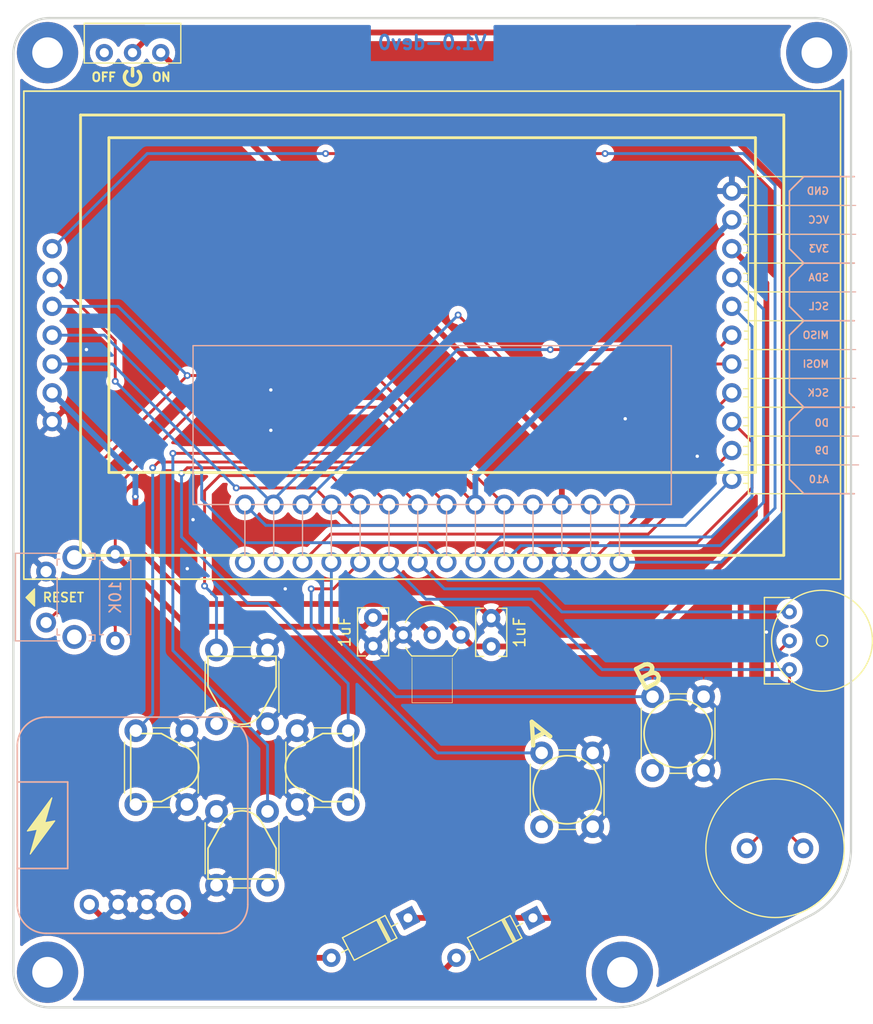
<source format=kicad_pcb>
(kicad_pcb (version 20171130) (host pcbnew "(5.1.9-0-10_14)")
  (layers (0 F.Cu signal) (31 B.Cu signal) (34 B.Paste user hide) (35 F.Paste user) (36 B.SilkS user hide) (37 F.SilkS user) (38 B.Mask user hide) (39 F.Mask user) (44 Edge.Cuts user))
  (net 0 "")
  (net 1 GND)
  (net 2 "Net-(BZ1-Pad1)")
  (net 3 "Net-(D1-Pad2)")
  (net 4 "Net-(J1-Pad24)")
  (net 5 "Net-(J1-Pad11)")
  (net 6 "Net-(D1-Pad1)")
  (net 7 "Net-(J1-Pad26)")
  (net 8 "Net-(J1-Pad22)")
  (net 9 "Net-(J1-Pad21)")
  (net 10 "Net-(J1-Pad20)")
  (net 11 "Net-(J1-Pad19)")
  (net 12 "Net-(J1-Pad10)")
  (net 13 "Net-(J1-Pad8)")
  (net 14 "Net-(J1-Pad7)")
  (net 15 "Net-(BZ1-Pad2)")
  (net 16 VCC)
  (net 17 3V3)
  (net 18 "Net-(D2-Pad2)")
  (net 19 SCL)
  (net 20 SDA)
  (net 21 "Net-(J1-Pad1)")
  (net 22 D9_A9)
  (net 23 D10_A10)
  (net 24 MOSI)
  (net 25 MISO)
  (net 26 SCK)
  (net 27 D0)
  (module system:EXT_PINS (layer B.Cu) (at 174.752 94.996 180)
    (fp_text reference J2 hide)
    (fp_text value EXT_PINS hide)
    (fp_text user D0 (at 0 -7.73 180) (layer B.SilkS) (effects (font (size 0.635 0.635) (thickness 0.127)) (justify left mirror)))
    (fp_text user A10 (at 0 -12.7 180) (layer B.SilkS) (effects (font (size 0.635 0.635) (thickness 0.127)) (justify left mirror)))
    (fp_text user D9 (at 0 -10.16 180) (layer B.SilkS) (effects (font (size 0.635 0.635) (thickness 0.127)) (justify left mirror)))
    (fp_text user SCL (at 0 2.54 180) (layer B.SilkS) (effects (font (size 0.635 0.635) (thickness 0.127)) (justify left mirror)))
    (fp_text user MISO (at 0 0 180) (layer B.SilkS) (effects (font (size 0.635 0.635) (thickness 0.127)) (justify left mirror)))
    (fp_text user SCK (at 0 -5.08 180) (layer B.SilkS) (effects (font (size 0.635 0.635) (thickness 0.127)) (justify left mirror)))
    (fp_text user VCC (at 0 10.16 180) (layer B.SilkS) (effects (font (size 0.635 0.635) (thickness 0.127)) (justify left mirror)))
    (fp_text user MOSI (at 0 -2.54 180) (layer B.SilkS) (effects (font (size 0.635 0.635) (thickness 0.127)) (justify left mirror)))
    (fp_text user SDA (at 0 5.08 180) (layer B.SilkS) (effects (font (size 0.635 0.635) (thickness 0.127)) (justify left mirror)))
    (fp_text user 3V3 (at 0 7.62 180) (layer B.SilkS) (effects (font (size 0.635 0.635) (thickness 0.127)) (justify left mirror)))
    (fp_text user GND (at 0 12.7 180) (layer B.SilkS) (effects (font (size 0.635 0.635) (thickness 0.127)) (justify left mirror)))
    (pad 11 thru_hole oval (at 8.636 -12.7) (size 1.7 1.7) (drill 1) (layers *.Cu *.Mask) (net 23 D10_A10))
    (pad 7 thru_hole oval (at 8.636 -2.54) (size 1.7 1.7) (drill 1) (layers *.Cu *.Mask) (net 24 MOSI))
    (pad 10 thru_hole oval (at 8.636 -10.16) (size 1.7 1.7) (drill 1) (layers *.Cu *.Mask) (net 22 D9_A9))
    (pad 8 thru_hole oval (at 8.636 -5.08) (size 1.7 1.7) (drill 1) (layers *.Cu *.Mask) (net 26 SCK))
    (pad 9 thru_hole oval (at 8.636 -7.62) (size 1.7 1.7) (drill 1) (layers *.Cu *.Mask) (net 27 D0))
    (pad 1 thru_hole oval (at 8.636 12.7) (size 1.7 1.7) (drill 1) (layers *.Cu *.Mask) (net 1 GND))
    (pad 6 thru_hole circle (at 8.636 0) (size 1.7 1.7) (drill 1) (layers *.Cu *.Mask) (net 25 MISO))
    (pad 2 thru_hole oval (at 8.636 10.16) (size 1.7 1.7) (drill 1) (layers *.Cu *.Mask) (net 16 VCC))
    (pad 3 thru_hole oval (at 8.636 7.62) (size 1.7 1.7) (drill 1) (layers *.Cu *.Mask) (net 17 3V3))
    (pad 4 thru_hole oval (at 8.636 5.08) (size 1.7 1.7) (drill 1) (layers *.Cu *.Mask) (net 20 SDA))
    (pad 5 thru_hole circle (at 8.636 2.54) (size 1.7 1.7) (drill 1) (layers *.Cu *.Mask) (net 19 SCL))
  )
  (module system:OMRON_CAP_B32-2110 (layer F.Cu) (at 130.048 133.096 180)
    (fp_text reference REF** hide)
    (fp_text value OMRON_CAP_B32-2110 hide)
  )
  (module system:OMRON_CAP_B32-2110 (layer F.Cu) (at 122.936 140.208 90)
    (fp_text reference REF** hide)
    (fp_text value OMRON_CAP_B32-2110 hide)
  )
  (module system:OMRON_CAP_B32-2110 (layer F.Cu) (at 115.824 133.096)
    (fp_text reference REF** hide)
    (fp_text value OMRON_CAP_B32-2110 hide)
  )
  (module system:OMRON_CAP_B32-2110 (layer F.Cu) (at 122.936 125.984 270)
    (fp_text reference REF** hide)
    (fp_text value OMRON_CAP_B32-2110 hide)
  )
  (module system:VOLUME_POT (layer F.Cu) (at 171.196 121.92)
    (fp_text reference RV1)
    (fp_text value "VOLUME 10K" hide)
    (pad 2 thru_hole circle (at 0 0) (size 1.3 1.3) (drill 0.65) (layers *.Cu *.Mask) (net 2 "Net-(BZ1-Pad1)"))
    (pad 1 thru_hole circle (at 0 2.54) (size 1.3 1.3) (drill 0.65) (layers *.Cu *.Mask) (net 15 "Net-(BZ1-Pad2)"))
    (pad 3 thru_hole circle (at 0 -2.54) (size 1.3 1.3) (drill 0.65) (layers *.Cu *.Mask) (net 13 "Net-(J1-Pad8)"))
  )
  (module system:OMRON_CAP_B32-2010 (layer F.Cu) (at 161.381 130.1 27.5)
    (fp_text reference REF** hide)
    (fp_text value OMRON_CAP_B32-2010 hide)
    (fp_text user B (at 0 -5.715 27.5) (layer F.SilkS) (effects (font (size 1.905 2.54) (thickness 0.381))))
  )
  (module system:OMRON_CAP_B32-2010 (layer F.Cu) (at 151.602 135.053 27.5)
    (fp_text reference REF** hide)
    (fp_text value OMRON_CAP_B32-2010 hide)
    (fp_text user A (at 0 -5.715 27.5) (layer F.SilkS) (effects (font (size 1.905 2.54) (thickness 0.381))))
  )
  (module system:28PIN_CARD_CONNECTOR (layer B.Cu) (at 139.7 115 180)
    (fp_text reference J1)
    (fp_text value CART_SOCKET_28P hide)
    (pad 7 thru_hole circle (at -1.27 0 270) (size 1.75 1.75) (drill 1.1) (layers *.Cu *.Mask) (net 14 "Net-(J1-Pad7)"))
    (pad 8 thru_hole circle (at 1.27 0 270) (size 1.75 1.75) (drill 1.1) (layers *.Cu *.Mask) (net 13 "Net-(J1-Pad8)"))
    (pad 6 thru_hole circle (at -3.81 0 270) (size 1.75 1.75) (drill 1.1) (layers *.Cu *.Mask) (net 19 SCL))
    (pad 5 thru_hole circle (at -6.35 0 270) (size 1.75 1.75) (drill 1.1) (layers *.Cu *.Mask) (net 20 SDA))
    (pad 4 thru_hole circle (at -8.89 0 270) (size 1.75 1.75) (drill 1.1) (layers *.Cu *.Mask))
    (pad 3 thru_hole circle (at -11.43 0 270) (size 1.75 1.75) (drill 1.1) (layers *.Cu *.Mask) (net 1 GND))
    (pad 2 thru_hole circle (at -13.97 0 270) (size 1.75 1.75) (drill 1.1) (layers *.Cu *.Mask) (net 27 D0))
    (pad 1 thru_hole circle (at -16.51 0 270) (size 1.75 1.75) (drill 1.1) (layers *.Cu *.Mask) (net 21 "Net-(J1-Pad1)"))
    (pad 9 thru_hole circle (at 3.81 0 270) (size 1.75 1.75) (drill 1.1) (layers *.Cu *.Mask) (net 15 "Net-(BZ1-Pad2)"))
    (pad 10 thru_hole circle (at 6.35 0 270) (size 1.75 1.75) (drill 1.1) (layers *.Cu *.Mask) (net 12 "Net-(J1-Pad10)"))
    (pad 11 thru_hole circle (at 8.89 0 270) (size 1.75 1.75) (drill 1.1) (layers *.Cu *.Mask) (net 5 "Net-(J1-Pad11)"))
    (pad 12 thru_hole circle (at 11.43 0 270) (size 1.75 1.75) (drill 1.1) (layers *.Cu *.Mask) (net 22 D9_A9))
    (pad 13 thru_hole circle (at 13.97 0 270) (size 1.75 1.75) (drill 1.1) (layers *.Cu *.Mask))
    (pad 14 thru_hole circle (at 16.51 0 270) (size 1.75 1.75) (drill 1.1) (layers *.Cu *.Mask))
    (pad 15 thru_hole circle (at 16.51 5.08 270) (size 1.75 1.75) (drill 1.1) (layers *.Cu *.Mask) (net 23 D10_A10))
    (pad 16 thru_hole circle (at 13.97 5.08 270) (size 1.75 1.75) (drill 1.1) (layers *.Cu *.Mask) (net 24 MOSI))
    (pad 17 thru_hole circle (at 11.43 5.08 270) (size 1.75 1.75) (drill 1.1) (layers *.Cu *.Mask) (net 25 MISO))
    (pad 18 thru_hole circle (at 8.89 5.08 270) (size 1.75 1.75) (drill 1.1) (layers *.Cu *.Mask) (net 26 SCK))
    (pad 19 thru_hole circle (at 6.35 5.08 270) (size 1.75 1.75) (drill 1.1) (layers *.Cu *.Mask) (net 11 "Net-(J1-Pad19)"))
    (pad 20 thru_hole circle (at 3.81 5.08 270) (size 1.75 1.75) (drill 1.1) (layers *.Cu *.Mask) (net 10 "Net-(J1-Pad20)"))
    (pad 21 thru_hole circle (at 1.27 5.08 270) (size 1.75 1.75) (drill 1.1) (layers *.Cu *.Mask) (net 9 "Net-(J1-Pad21)"))
    (pad 22 thru_hole circle (at -1.27 5.08 270) (size 1.75 1.75) (drill 1.1) (layers *.Cu *.Mask) (net 8 "Net-(J1-Pad22)"))
    (pad 23 thru_hole circle (at -3.81 5.08 270) (size 1.75 1.75) (drill 1.1) (layers *.Cu *.Mask) (net 16 VCC))
    (pad 24 thru_hole circle (at -6.35 5.08 270) (size 1.75 1.75) (drill 1.1) (layers *.Cu *.Mask) (net 4 "Net-(J1-Pad24)"))
    (pad 25 thru_hole circle (at -8.89 5.08 270) (size 1.75 1.75) (drill 1.1) (layers *.Cu *.Mask))
    (pad 26 thru_hole circle (at -11.43 5.08 270) (size 1.75 1.75) (drill 1.1) (layers *.Cu *.Mask) (net 7 "Net-(J1-Pad26)"))
    (pad 27 thru_hole circle (at -13.97 5.08 270) (size 1.75 1.75) (drill 1.1) (layers *.Cu *.Mask))
    (pad 28 thru_hole circle (at -16.51 5.08 270) (size 1.75 1.75) (drill 1.1) (layers *.Cu *.Mask))
  )
  (module MountingHole:MountingHole_2.7mm_M2.5_Pad (layer F.Cu) (at 105.791 151.13)
    (fp_text reference HOLE hide)
    (fp_text value MountingHole_2.7mm_M2.5_Pad hide)
    (pad "" thru_hole circle (at 0 0) (size 5.399999 5.399999) (drill 2.7) (layers *.Cu *.Mask))
  )
  (module MountingHole:MountingHole_2.7mm_M2.5_Pad (layer F.Cu) (at 105.791 70.104)
    (fp_text reference HOLE hide)
    (fp_text value MountingHole_2.7mm_M2.5_Pad hide)
    (pad "" thru_hole circle (at 0 0) (size 5.399999 5.399999) (drill 2.7) (layers *.Cu *.Mask))
  )
  (module MountingHole:MountingHole_2.7mm_M2.5_Pad (layer F.Cu) (at 156.464 151.13)
    (fp_text reference HOLE hide)
    (fp_text value MountingHole_2.7mm_M2.5_Pad hide)
    (pad "" thru_hole circle (at 0 0) (size 5.399999 5.399999) (drill 2.7) (layers *.Cu *.Mask))
  )
  (module MountingHole:MountingHole_2.7mm_M2.5_Pad (layer F.Cu) (at 173.609 70.104)
    (fp_text reference HOLE hide)
    (fp_text value MountingHole_2.7mm_M2.5_Pad hide)
    (pad "" thru_hole circle (at 0 0) (size 5.4 5.4) (drill 2.7) (layers *.Cu *.Mask))
  )
  (module system:BUZZER (layer F.Cu) (at 169.926 140.208 90)
    (fp_text reference BZ1)
    (fp_text value Buzzer hide)
    (pad 2 thru_hole circle (at 0 2.5 90) (size 1.75 1.75) (drill 1) (layers *.Cu *.Mask) (net 15 "Net-(BZ1-Pad2)"))
    (pad 1 thru_hole circle (at 0 -2.5 90) (size 1.75 1.75) (drill 1) (layers *.Cu *.Mask) (net 2 "Net-(BZ1-Pad1)"))
  )
  (module Capacitor_THT:C_Rect_L4.0mm_W2.5mm_P2.50mm (layer F.Cu) (at 134.493 119.888 270)
    (fp_text reference C1 hide)
    (fp_text value 1uF (at 1.25 2.5 90) (layer F.SilkS))
    (pad 1 thru_hole circle (at 0 0 270) (size 1.6 1.6) (drill 0.8) (layers *.Cu *.Mask) (net 16 VCC))
    (pad 2 thru_hole circle (at 2.5 0 270) (size 1.6 1.6) (drill 0.8) (layers *.Cu *.Mask) (net 1 GND))
  )
  (module Capacitor_THT:C_Rect_L4.0mm_W2.5mm_P2.50mm (layer F.Cu) (at 144.907 122.428 90)
    (fp_text reference C2 hide)
    (fp_text value 1uF (at 1.25 2.5 90) (layer F.SilkS))
    (pad 2 thru_hole circle (at 2.5 0 90) (size 1.6 1.6) (drill 0.8) (layers *.Cu *.Mask) (net 1 GND))
    (pad 1 thru_hole circle (at 0 0 90) (size 1.6 1.6) (drill 0.8) (layers *.Cu *.Mask) (net 17 3V3))
  )
  (module Diode_THT:D_DO-35_SOD27_P7.62mm_Horizontal (layer F.Cu) (at 148.59 146.341476 207.5)
    (fp_text reference D1 hide)
    (fp_text value SB1100)
    (pad 2 thru_hole oval (at 7.62 0 207.5) (size 1.6 1.6) (drill 0.8) (layers *.Cu *.Mask) (net 3 "Net-(D1-Pad2)"))
    (pad 1 thru_hole rect (at 0 0 207.5) (size 1.6 1.6) (drill 0.8) (layers *.Cu *.Mask) (net 6 "Net-(D1-Pad1)"))
  )
  (module Diode_THT:D_DO-35_SOD27_P7.62mm_Horizontal (layer F.Cu) (at 137.569023 146.341476 207.5)
    (fp_text reference D2 hide)
    (fp_text value SB1100)
    (pad 1 thru_hole rect (at 0 0 207.5) (size 1.6 1.6) (drill 0.8) (layers *.Cu *.Mask) (net 6 "Net-(D1-Pad1)"))
    (pad 2 thru_hole oval (at 7.62 0 207.5) (size 1.6 1.6) (drill 0.8) (layers *.Cu *.Mask) (net 18 "Net-(D2-Pad2)"))
  )
  (module Resistor_THT:R_Axial_DIN0207_L6.3mm_D2.5mm_P7.62mm_Horizontal (layer B.Cu) (at 111.76 114.3 270)
    (fp_text reference R1 hide)
    (fp_text value 10K (at 3.81 0 90) (layer B.SilkS) (effects (justify mirror)))
    (pad 1 thru_hole circle (at 0 0 270) (size 1.6 1.6) (drill 0.8) (layers *.Cu *.Mask) (net 16 VCC))
    (pad 2 thru_hole oval (at 7.62 0 270) (size 1.6 1.6) (drill 0.8) (layers *.Cu *.Mask) (net 4 "Net-(J1-Pad24)"))
  )
  (module system:SPDT_SWITCH (layer F.Cu) (at 113.284 70.104 90)
    (fp_text reference SW1 hide)
    (fp_text value POWER hide)
    (pad 1 thru_hole circle (at 0 -2.4892 90) (size 1.524 1.524) (drill 0.8128) (layers *.Cu *.Mask))
    (pad 2 thru_hole circle (at 0 0 90) (size 1.524 1.524) (drill 0.8128) (layers *.Cu *.Mask) (net 6 "Net-(D1-Pad1)"))
    (pad 3 thru_hole circle (at 0 2.4892 90) (size 1.524 1.524) (drill 0.8128) (layers *.Cu *.Mask) (net 7 "Net-(J1-Pad26)"))
  )
  (module Button_Switch_THT:SW_Tactile_SPST_Angled_PTS645Vx39-2LFS (layer B.Cu) (at 105.664 115.824 270)
    (fp_text reference SW2 hide)
    (fp_text value RESET (at 2.286 -1.524) (layer F.SilkS) (effects (font (size 0.8 0.8))))
    (pad "" thru_hole circle (at 5.76 -2.49 270) (size 2.1 2.1) (drill 1.3) (layers *.Cu *.Mask))
    (pad 2 thru_hole circle (at 4.5 0 270) (size 1.75 1.75) (drill 0.99) (layers *.Cu *.Mask) (net 4 "Net-(J1-Pad24)"))
    (pad 1 thru_hole circle (at 0 0 270) (size 1.75 1.75) (drill 0.99) (layers *.Cu *.Mask) (net 1 GND))
    (pad "" thru_hole circle (at -1.25 -2.49 270) (size 2.1 2.1) (drill 1.3) (layers *.Cu *.Mask))
  )
  (module system:ADAFRUIT_MICRO_LIPO (layer B.Cu) (at 113.284 138.176 90)
    (fp_text reference U1 hide)
    (fp_text value LIPO_CHARGER)
    (pad 1 thru_hole circle (at -6.985 1.27 90) (size 1.7 1.7) (drill 1) (layers *.Cu *.Mask) (net 1 GND))
    (pad 1 thru_hole circle (at -6.985 -1.27 90) (size 1.7 1.7) (drill 1) (layers *.Cu *.Mask) (net 1 GND))
    (pad 2 thru_hole circle (at -6.985 3.81 90) (size 1.7 1.7) (drill 1) (layers *.Cu *.Mask) (net 18 "Net-(D2-Pad2)"))
    (pad 3 thru_hole circle (at -6.985 -3.81 90) (size 1.7 1.7) (drill 1) (layers *.Cu *.Mask) (net 3 "Net-(D1-Pad2)"))
  )
  (module system:TO-92 (layer F.Cu) (at 139.7 121.412)
    (fp_text reference U2 hide)
    (fp_text value MCP1700-3302E hide)
    (pad 1 thru_hole circle (at -2.54 0 90) (size 1.52 1.52) (drill 0.8) (layers *.Cu *.Mask) (net 1 GND))
    (pad 3 thru_hole circle (at 2.54 0 90) (size 1.52 1.52) (drill 0.8) (layers *.Cu *.Mask) (net 17 3V3))
    (pad 2 thru_hole circle (at 0 0 90) (size 1.52 1.52) (drill 0.8) (layers *.Cu *.Mask) (net 16 VCC))
  )
  (module system:DIYMORE_2.42_IN_OLED (layer F.Cu) (at 139.7 94.996)
    (fp_text reference U3 hide)
    (fp_text value SPI_DISPLAY)
    (pad 1 thru_hole circle (at -33.5 7.62) (size 1.7 1.7) (drill 1) (layers *.Cu *.Mask) (net 1 GND))
    (pad 2 thru_hole circle (at -33.5 5.08) (size 1.7 1.7) (drill 1) (layers *.Cu *.Mask) (net 17 3V3))
    (pad 3 thru_hole circle (at -33.5 2.54) (size 1.7 1.7) (drill 1) (layers *.Cu *.Mask) (net 26 SCK))
    (pad 4 thru_hole circle (at -33.5 0) (size 1.7 1.7) (drill 1) (layers *.Cu *.Mask) (net 24 MOSI))
    (pad 5 thru_hole circle (at -33.5 -2.54) (size 1.7 1.7) (drill 1) (layers *.Cu *.Mask) (net 4 "Net-(J1-Pad24)"))
    (pad 6 thru_hole circle (at -33.5 -5.08) (size 1.7 1.7) (drill 1) (layers *.Cu *.Mask) (net 14 "Net-(J1-Pad7)"))
    (pad 7 thru_hole circle (at -33.5 -7.62) (size 1.7 1.7) (drill 1) (layers *.Cu *.Mask) (net 21 "Net-(J1-Pad1)"))
  )
  (module system:SW_PUSH_6mm (layer F.Cu) (at 151.602 135.053 90)
    (fp_text reference SW3 hide)
    (fp_text value A hide)
    (pad 1 thru_hole circle (at 3.25 -2.25 180) (size 2 2) (drill 1.1) (layers *.Cu *.Mask) (net 12 "Net-(J1-Pad10)"))
    (pad 2 thru_hole circle (at 3.25 2.25 180) (size 2 2) (drill 1.1) (layers *.Cu *.Mask) (net 1 GND))
    (pad 1 thru_hole circle (at -3.25 -2.25 180) (size 2 2) (drill 1.1) (layers *.Cu *.Mask) (net 12 "Net-(J1-Pad10)"))
    (pad 2 thru_hole circle (at -3.25 2.25 180) (size 2 2) (drill 1.1) (layers *.Cu *.Mask) (net 1 GND))
  )
  (module system:SW_PUSH_6mm (layer F.Cu) (at 161.381 130.1 90)
    (fp_text reference SW4 hide)
    (fp_text value B hide)
    (pad 2 thru_hole circle (at -3.25 2.25 180) (size 2 2) (drill 1.1) (layers *.Cu *.Mask) (net 1 GND))
    (pad 1 thru_hole circle (at -3.25 -2.25 180) (size 2 2) (drill 1.1) (layers *.Cu *.Mask) (net 5 "Net-(J1-Pad11)"))
    (pad 2 thru_hole circle (at 3.25 2.25 180) (size 2 2) (drill 1.1) (layers *.Cu *.Mask) (net 1 GND))
    (pad 1 thru_hole circle (at 3.25 -2.25 180) (size 2 2) (drill 1.1) (layers *.Cu *.Mask) (net 5 "Net-(J1-Pad11)"))
  )
  (module system:SW_PUSH_6mm (layer F.Cu) (at 122.936 125.984 90)
    (fp_text reference SW5 hide)
    (fp_text value UP)
    (pad 1 thru_hole circle (at 3.25 -2.25 180) (size 2 2) (drill 1.1) (layers *.Cu *.Mask) (net 11 "Net-(J1-Pad19)"))
    (pad 2 thru_hole circle (at 3.25 2.25 180) (size 2 2) (drill 1.1) (layers *.Cu *.Mask) (net 1 GND))
    (pad 1 thru_hole circle (at -3.25 -2.25 180) (size 2 2) (drill 1.1) (layers *.Cu *.Mask) (net 11 "Net-(J1-Pad19)"))
    (pad 2 thru_hole circle (at -3.25 2.25 180) (size 2 2) (drill 1.1) (layers *.Cu *.Mask) (net 1 GND))
  )
  (module system:SW_PUSH_6mm (layer F.Cu) (at 122.936 140.208 270)
    (fp_text reference SW6 hide)
    (fp_text value DN)
    (pad 1 thru_hole circle (at 3.25 -2.25) (size 2 2) (drill 1.1) (layers *.Cu *.Mask) (net 8 "Net-(J1-Pad22)"))
    (pad 2 thru_hole circle (at 3.25 2.25) (size 2 2) (drill 1.1) (layers *.Cu *.Mask) (net 1 GND))
    (pad 1 thru_hole circle (at -3.25 -2.25) (size 2 2) (drill 1.1) (layers *.Cu *.Mask) (net 8 "Net-(J1-Pad22)"))
    (pad 2 thru_hole circle (at -3.25 2.25) (size 2 2) (drill 1.1) (layers *.Cu *.Mask) (net 1 GND))
  )
  (module system:SW_PUSH_6mm (layer F.Cu) (at 115.824 133.096 90)
    (fp_text reference SW7 hide)
    (fp_text value LF)
    (pad 2 thru_hole circle (at -3.25 2.25 180) (size 2 2) (drill 1.1) (layers *.Cu *.Mask) (net 1 GND))
    (pad 1 thru_hole circle (at -3.25 -2.25 180) (size 2 2) (drill 1.1) (layers *.Cu *.Mask) (net 9 "Net-(J1-Pad21)"))
    (pad 2 thru_hole circle (at 3.25 2.25 180) (size 2 2) (drill 1.1) (layers *.Cu *.Mask) (net 1 GND))
    (pad 1 thru_hole circle (at 3.25 -2.25 180) (size 2 2) (drill 1.1) (layers *.Cu *.Mask) (net 9 "Net-(J1-Pad21)"))
  )
  (module system:SW_PUSH_6mm (layer F.Cu) (at 130.048 133.096 270)
    (fp_text reference SW8 hide)
    (fp_text value RT)
    (pad 2 thru_hole circle (at -3.25 2.25) (size 2 2) (drill 1.1) (layers *.Cu *.Mask) (net 1 GND))
    (pad 1 thru_hole circle (at -3.25 -2.25) (size 2 2) (drill 1.1) (layers *.Cu *.Mask) (net 10 "Net-(J1-Pad20)"))
    (pad 2 thru_hole circle (at 3.25 2.25) (size 2 2) (drill 1.1) (layers *.Cu *.Mask) (net 1 GND))
    (pad 1 thru_hole circle (at 3.25 -2.25) (size 2 2) (drill 1.1) (layers *.Cu *.Mask) (net 10 "Net-(J1-Pad20)"))
  )
  (gr_poly (pts (xy 104.267 140.716) (xy 106.426 137.795) (xy 105.029 138.049)) (layer F.SilkS) (width 0.1))
  (gr_poly (pts (xy 106.172 135.763) (xy 104.013 138.684) (xy 105.41 138.43)) (layer F.SilkS) (width 0.1))
  (gr_arc (start 155.850713 147.5269) (end 155.850713 154.2259) (angle -28.08040571) (layer Edge.Cuts) (width 0.2))
  (gr_poly (pts (xy 103.886 118.11) (xy 104.648 118.872) (xy 104.648 117.348)) (layer F.SilkS) (width 0.1))
  (gr_line (start 113.284 71.501) (end 113.284 72.136) (layer F.SilkS) (width 0.3048))
  (gr_arc (start 113.284 72.263) (end 113.792 71.755) (angle 270) (layer F.SilkS) (width 0.3048))
  (gr_text V1.0-dev0 (at 139.7 69.215) (layer B.Cu) (effects (font (size 1.2 1.2) (thickness 0.25)) (justify mirror)))
  (gr_text OFF (at 110.744 72.263) (layer F.SilkS) (effects (font (size 0.762 0.762) (thickness 0.1778))))
  (gr_line (start 176.625 70.231) (end 176.625 140.208) (layer Edge.Cuts) (width 0.2))
  (gr_arc (start 169.926 140.208) (end 176.625 140.208) (angle 59.58891873) (layer Edge.Cuts) (width 0.2))
  (gr_line (start 173.317038 145.985323) (end 159.004 153.437347) (layer Edge.Cuts) (width 0.2))
  (gr_arc (start 105.95 151.0509) (end 102.775 151.0509) (angle -90) (layer Edge.Cuts) (width 0.2))
  (gr_arc (start 173.45 70.231) (end 176.625 70.231) (angle -90) (layer Edge.Cuts) (width 0.2))
  (gr_arc (start 105.95 70.231) (end 105.95 67.056) (angle -90) (layer Edge.Cuts) (width 0.2))
  (gr_line (start 102.775 70.231) (end 102.775 151.0509) (layer Edge.Cuts) (width 0.2))
  (gr_text ON (at 115.824 72.263) (layer F.SilkS) (effects (font (size 0.762 0.762) (thickness 0.1778))))
  (gr_line (start 155.850713 154.2259) (end 105.95 154.2259) (layer Edge.Cuts) (width 0.2))
  (gr_line (start 105.95 67.056) (end 173.45 67.056) (layer Edge.Cuts) (width 0.2))
  (via (at 169.164 121.158) (size 0.6) (drill 0.3) (layers F.Cu B.Cu) (net 1))
  (via (at 118.11 115.57) (size 0.6) (drill 0.3) (layers F.Cu B.Cu) (net 1))
  (via (at 118.618 111.252) (size 0.6) (drill 0.3) (layers F.Cu B.Cu) (net 1))
  (via (at 126.746 117.348) (size 0.6) (drill 0.3) (layers F.Cu B.Cu) (net 1))
  (via (at 109.22 96.266) (size 0.6) (drill 0.3) (layers F.Cu B.Cu) (net 1))
  (via (at 156.718 102.362) (size 0.6) (drill 0.3) (layers F.Cu B.Cu) (net 1))
  (via (at 163.068 105.664) (size 0.6) (drill 0.3) (layers F.Cu B.Cu) (net 1))
  (via (at 125.476 103.378) (size 0.6) (drill 0.3) (layers F.Cu B.Cu) (net 1))
  (via (at 125.476 99.822) (size 0.6) (drill 0.3) (layers F.Cu B.Cu) (net 1))
  (segment (start 169.672 137.962) (end 167.426 140.208) (width 0.254) (layer F.Cu) (net 2))
  (segment (start 169.672 123.444) (end 169.672 137.962) (width 0.254) (layer F.Cu) (net 2))
  (segment (start 171.196 121.92) (end 169.672 123.444) (width 0.254) (layer F.Cu) (net 2))
  (segment (start 141.830977 149.86) (end 139.290977 152.4) (width 0.508) (layer F.Cu) (net 3))
  (segment (start 116.713 152.4) (end 109.474 145.161) (width 0.508) (layer F.Cu) (net 3))
  (segment (start 139.290977 152.4) (end 116.713 152.4) (width 0.508) (layer F.Cu) (net 3))
  (segment (start 111.76 121.92) (end 111.76 120.65) (width 0.254) (layer F.Cu) (net 4))
  (segment (start 106.538999 119.449001) (end 105.664 120.324) (width 0.254) (layer F.Cu) (net 4))
  (segment (start 111.76 120.65) (end 110.559001 119.449001) (width 0.254) (layer F.Cu) (net 4))
  (segment (start 110.051001 119.449001) (end 106.538999 119.449001) (width 0.254) (layer F.Cu) (net 4))
  (segment (start 110.559001 119.449001) (end 110.051001 119.449001) (width 0.254) (layer F.Cu) (net 4))
  (segment (start 110.051001 106.610999) (end 110.051001 119.449001) (width 0.254) (layer F.Cu) (net 4))
  (segment (start 118.11 98.552) (end 110.051001 106.610999) (width 0.254) (layer F.Cu) (net 4))
  (segment (start 134.682 98.552) (end 118.11 98.552) (width 0.254) (layer F.Cu) (net 4))
  (segment (start 146.05 109.92) (end 134.682 98.552) (width 0.254) (layer F.Cu) (net 4))
  (segment (start 118.11 98.552) (end 118.11 98.552) (width 0.254) (layer F.Cu) (net 4))
  (via (at 118.11 98.552) (size 0.6) (drill 0.3) (layers F.Cu B.Cu) (net 4))
  (segment (start 112.014 92.456) (end 118.11 98.552) (width 0.254) (layer B.Cu) (net 4))
  (segment (start 106.2 92.456) (end 112.014 92.456) (width 0.254) (layer B.Cu) (net 4))
  (segment (start 130.81 121.158) (end 130.81 115) (width 0.254) (layer B.Cu) (net 5))
  (segment (start 136.502 126.85) (end 130.81 121.158) (width 0.254) (layer B.Cu) (net 5))
  (segment (start 159.131 126.85) (end 136.502 126.85) (width 0.254) (layer B.Cu) (net 5))
  (segment (start 148.59 146.341476) (end 137.569023 146.341476) (width 0.508) (layer F.Cu) (net 6))
  (segment (start 166.89259 135.11341) (end 155.664524 146.341476) (width 0.508) (layer F.Cu) (net 6))
  (segment (start 166.89259 116.31741) (end 166.89259 135.11341) (width 0.508) (layer F.Cu) (net 6))
  (segment (start 170.688 112.522) (end 166.89259 116.31741) (width 0.508) (layer F.Cu) (net 6))
  (segment (start 156.972 68.326) (end 170.688 82.042) (width 0.508) (layer F.Cu) (net 6))
  (segment (start 155.664524 146.341476) (end 148.59 146.341476) (width 0.508) (layer F.Cu) (net 6))
  (segment (start 170.688 82.042) (end 170.688 112.522) (width 0.508) (layer F.Cu) (net 6))
  (segment (start 115.062 68.326) (end 156.972 68.326) (width 0.508) (layer F.Cu) (net 6))
  (segment (start 113.284 70.104) (end 115.062 68.326) (width 0.508) (layer F.Cu) (net 6))
  (segment (start 151.13 105.4608) (end 115.7732 70.104) (width 0.508) (layer F.Cu) (net 7))
  (segment (start 151.13 109.92) (end 151.13 105.4608) (width 0.508) (layer F.Cu) (net 7))
  (segment (start 125.186 131.127514) (end 116.839984 122.781498) (width 0.254) (layer B.Cu) (net 8))
  (via (at 116.839984 105.41) (size 0.6) (drill 0.3) (layers F.Cu B.Cu) (net 8))
  (segment (start 116.839984 122.781498) (end 116.839984 105.41) (width 0.254) (layer B.Cu) (net 8))
  (segment (start 125.186 136.958) (end 125.186 131.127514) (width 0.254) (layer B.Cu) (net 8))
  (segment (start 136.46 105.41) (end 116.839984 105.41) (width 0.254) (layer F.Cu) (net 8))
  (segment (start 140.97 109.92) (end 136.46 105.41) (width 0.254) (layer F.Cu) (net 8))
  (via (at 115.062 106.68) (size 0.6) (drill 0.3) (layers F.Cu B.Cu) (net 9))
  (segment (start 134.682 106.172) (end 115.57 106.172) (width 0.254) (layer F.Cu) (net 9))
  (segment (start 115.57 106.172) (end 115.062 106.68) (width 0.254) (layer F.Cu) (net 9))
  (segment (start 138.43 109.92) (end 134.682 106.172) (width 0.254) (layer F.Cu) (net 9))
  (segment (start 115.062 128.358) (end 115.062 106.68) (width 0.254) (layer B.Cu) (net 9))
  (segment (start 113.574 129.846) (end 115.062 128.358) (width 0.254) (layer B.Cu) (net 9))
  (via (at 117.602 107.188) (size 0.6) (drill 0.3) (layers F.Cu B.Cu) (net 10))
  (segment (start 125.222 118.618) (end 123.444 118.618) (width 0.254) (layer B.Cu) (net 10))
  (segment (start 132.298 125.694) (end 125.222 118.618) (width 0.254) (layer B.Cu) (net 10))
  (segment (start 117.602 112.776) (end 117.602 107.188) (width 0.254) (layer B.Cu) (net 10))
  (segment (start 123.444 118.618) (end 117.602 112.776) (width 0.254) (layer B.Cu) (net 10))
  (segment (start 132.298 129.846) (end 132.298 125.694) (width 0.254) (layer B.Cu) (net 10))
  (segment (start 118.11 106.68) (end 132.65 106.68) (width 0.254) (layer F.Cu) (net 10))
  (segment (start 132.65 106.68) (end 135.89 109.92) (width 0.254) (layer F.Cu) (net 10))
  (segment (start 117.602 107.188) (end 118.11 106.68) (width 0.254) (layer F.Cu) (net 10))
  (segment (start 120.686 122.734) (end 120.686 118.146006) (width 0.254) (layer B.Cu) (net 11))
  (segment (start 120.686 118.146006) (end 119.633994 117.094) (width 0.254) (layer B.Cu) (net 11))
  (via (at 119.633994 117.094) (size 0.6) (drill 0.3) (layers F.Cu B.Cu) (net 11))
  (segment (start 119.633994 108.712006) (end 119.633994 117.094) (width 0.254) (layer F.Cu) (net 11))
  (segment (start 120.975401 107.370599) (end 119.633994 108.712006) (width 0.254) (layer F.Cu) (net 11))
  (segment (start 130.800599 107.370599) (end 120.975401 107.370599) (width 0.254) (layer F.Cu) (net 11))
  (segment (start 133.35 109.92) (end 130.800599 107.370599) (width 0.254) (layer F.Cu) (net 11))
  (segment (start 140.185 131.803) (end 129.032 120.65) (width 0.254) (layer B.Cu) (net 12))
  (segment (start 131.002 117.348) (end 129.032 117.348) (width 0.254) (layer F.Cu) (net 12))
  (segment (start 149.352 131.803) (end 140.185 131.803) (width 0.254) (layer B.Cu) (net 12))
  (via (at 129.032 117.348) (size 0.6) (drill 0.3) (layers F.Cu B.Cu) (net 12))
  (segment (start 129.032 120.65) (end 129.032 117.348) (width 0.254) (layer B.Cu) (net 12))
  (segment (start 133.35 115) (end 131.002 117.348) (width 0.254) (layer F.Cu) (net 12))
  (segment (start 140.778 117.348) (end 138.43 115) (width 0.254) (layer B.Cu) (net 13))
  (segment (start 149.098 117.348) (end 140.778 117.348) (width 0.254) (layer B.Cu) (net 13))
  (segment (start 151.13 119.38) (end 149.098 117.348) (width 0.254) (layer B.Cu) (net 13))
  (segment (start 171.196 119.38) (end 151.13 119.38) (width 0.254) (layer B.Cu) (net 13))
  (via (at 111.76 99.06) (size 0.6) (drill 0.3) (layers F.Cu B.Cu) (net 14))
  (segment (start 106.2 89.916) (end 111.76 95.476) (width 0.254) (layer F.Cu) (net 14))
  (segment (start 111.76 95.476) (end 111.76 99.06) (width 0.254) (layer F.Cu) (net 14))
  (segment (start 119.38 109.474) (end 119.38 106.68) (width 0.254) (layer B.Cu) (net 14))
  (segment (start 140.97 115) (end 139.254 113.284) (width 0.254) (layer B.Cu) (net 14))
  (segment (start 139.254 113.284) (end 123.19 113.284) (width 0.254) (layer B.Cu) (net 14))
  (segment (start 123.19 113.284) (end 119.38 109.474) (width 0.254) (layer B.Cu) (net 14))
  (segment (start 119.38 106.68) (end 111.76 99.06) (width 0.254) (layer B.Cu) (net 14))
  (segment (start 171.196 138.978) (end 172.426 140.208) (width 0.254) (layer F.Cu) (net 15))
  (segment (start 171.196 124.46) (end 171.196 138.978) (width 0.254) (layer F.Cu) (net 15))
  (segment (start 139.152409 118.262409) (end 135.89 115) (width 0.254) (layer B.Cu) (net 15))
  (segment (start 154.686 124.46) (end 148.488409 118.262409) (width 0.254) (layer B.Cu) (net 15))
  (segment (start 148.488409 118.262409) (end 139.152409 118.262409) (width 0.254) (layer B.Cu) (net 15))
  (segment (start 171.196 124.46) (end 154.686 124.46) (width 0.254) (layer B.Cu) (net 15))
  (segment (start 138.176 119.888) (end 139.7 121.412) (width 0.508) (layer F.Cu) (net 16))
  (segment (start 134.493 119.888) (end 138.176 119.888) (width 0.508) (layer F.Cu) (net 16))
  (segment (start 118.872 101.346) (end 111.76 108.458) (width 0.254) (layer F.Cu) (net 16))
  (segment (start 134.936 101.346) (end 118.872 101.346) (width 0.254) (layer F.Cu) (net 16))
  (segment (start 111.76 108.458) (end 111.76 114.3) (width 0.254) (layer F.Cu) (net 16))
  (segment (start 143.51 109.92) (end 134.936 101.346) (width 0.254) (layer F.Cu) (net 16))
  (segment (start 133.693001 120.687999) (end 118.147999 120.687999) (width 0.508) (layer F.Cu) (net 16))
  (segment (start 118.147999 120.687999) (end 112.559999 115.099999) (width 0.508) (layer F.Cu) (net 16))
  (segment (start 112.559999 115.099999) (end 111.76 114.3) (width 0.508) (layer F.Cu) (net 16))
  (segment (start 134.493 119.888) (end 133.693001 120.687999) (width 0.508) (layer F.Cu) (net 16))
  (segment (start 143.51 107.442) (end 143.51 109.92) (width 0.508) (layer B.Cu) (net 16))
  (segment (start 166.116 84.836) (end 143.51 107.442) (width 0.508) (layer B.Cu) (net 16))
  (segment (start 143.256 122.428) (end 142.24 121.412) (width 0.508) (layer F.Cu) (net 17))
  (segment (start 144.907 122.428) (end 143.256 122.428) (width 0.508) (layer F.Cu) (net 17))
  (via (at 113.538 109.22) (size 0.6) (drill 0.3) (layers F.Cu B.Cu) (net 17))
  (segment (start 106.2 100.076) (end 113.538 107.414) (width 0.508) (layer B.Cu) (net 17))
  (segment (start 113.538 107.414) (end 113.538 109.22) (width 0.508) (layer B.Cu) (net 17))
  (segment (start 113.538 113.567474) (end 113.538 109.22) (width 0.508) (layer F.Cu) (net 17))
  (segment (start 118.652125 118.681599) (end 113.538 113.567474) (width 0.508) (layer F.Cu) (net 17))
  (segment (start 139.509599 118.681599) (end 118.652125 118.681599) (width 0.508) (layer F.Cu) (net 17))
  (segment (start 142.24 121.412) (end 139.509599 118.681599) (width 0.508) (layer F.Cu) (net 17))
  (segment (start 169.164 90.424) (end 166.116 87.376) (width 0.508) (layer F.Cu) (net 17))
  (segment (start 157.988 122.428) (end 169.164 111.252) (width 0.508) (layer F.Cu) (net 17))
  (segment (start 169.164 111.252) (end 169.164 90.424) (width 0.508) (layer F.Cu) (net 17))
  (segment (start 144.907 122.428) (end 157.988 122.428) (width 0.508) (layer F.Cu) (net 17))
  (segment (start 121.793 149.86) (end 117.094 145.161) (width 0.508) (layer F.Cu) (net 18))
  (segment (start 130.81 149.86) (end 121.793 149.86) (width 0.508) (layer F.Cu) (net 18))
  (segment (start 145.734 112.776) (end 143.51 115) (width 0.254) (layer B.Cu) (net 19))
  (segment (start 164.338 112.776) (end 145.734 112.776) (width 0.254) (layer B.Cu) (net 19))
  (segment (start 167.894 109.22) (end 164.338 112.776) (width 0.254) (layer B.Cu) (net 19))
  (segment (start 167.894 94.234) (end 167.894 109.22) (width 0.254) (layer B.Cu) (net 19))
  (segment (start 166.116 92.456) (end 167.894 94.234) (width 0.254) (layer B.Cu) (net 19))
  (segment (start 165.1 113.538) (end 147.512 113.538) (width 0.254) (layer B.Cu) (net 20))
  (segment (start 168.91 109.728) (end 165.1 113.538) (width 0.254) (layer B.Cu) (net 20))
  (segment (start 168.91 92.71) (end 168.91 109.728) (width 0.254) (layer B.Cu) (net 20))
  (segment (start 147.512 113.538) (end 146.05 115) (width 0.254) (layer B.Cu) (net 20))
  (segment (start 166.116 89.916) (end 168.91 92.71) (width 0.254) (layer B.Cu) (net 20))
  (segment (start 167.132 78.994) (end 154.94 78.994) (width 0.254) (layer B.Cu) (net 21))
  (segment (start 169.926 81.788) (end 167.132 78.994) (width 0.254) (layer B.Cu) (net 21))
  (segment (start 169.926 110.236) (end 169.926 81.788) (width 0.254) (layer B.Cu) (net 21))
  (segment (start 165.162 115) (end 169.926 110.236) (width 0.254) (layer B.Cu) (net 21))
  (segment (start 114.582 78.994) (end 106.2 87.376) (width 0.254) (layer B.Cu) (net 21))
  (segment (start 156.21 115) (end 165.162 115) (width 0.254) (layer B.Cu) (net 21))
  (segment (start 154.94 78.994) (end 130.302 78.994) (width 0.254) (layer F.Cu) (net 21))
  (via (at 154.94 78.994) (size 0.6) (drill 0.3) (layers F.Cu B.Cu) (net 21))
  (segment (start 130.302 78.994) (end 114.582 78.994) (width 0.254) (layer B.Cu) (net 21))
  (via (at 130.302 78.994) (size 0.6) (drill 0.3) (layers F.Cu B.Cu) (net 21))
  (segment (start 158.75 112.522) (end 166.116 105.156) (width 0.254) (layer F.Cu) (net 22))
  (segment (start 130.748 112.522) (end 158.75 112.522) (width 0.254) (layer F.Cu) (net 22))
  (segment (start 128.27 115) (end 130.748 112.522) (width 0.254) (layer F.Cu) (net 22))
  (segment (start 162.052 111.76) (end 166.116 107.696) (width 0.254) (layer B.Cu) (net 23))
  (segment (start 125.03 111.76) (end 162.052 111.76) (width 0.254) (layer B.Cu) (net 23))
  (segment (start 123.19 109.92) (end 125.03 111.76) (width 0.254) (layer B.Cu) (net 23))
  (segment (start 110.806 94.996) (end 106.2 94.996) (width 0.254) (layer B.Cu) (net 24))
  (segment (start 125.73 109.92) (end 110.806 94.996) (width 0.254) (layer B.Cu) (net 24))
  (via (at 141.986 93.218) (size 0.6) (drill 0.3) (layers F.Cu B.Cu) (net 24))
  (segment (start 125.73 109.474) (end 125.73 109.92) (width 0.254) (layer B.Cu) (net 24))
  (segment (start 141.986 93.218) (end 125.73 109.474) (width 0.254) (layer B.Cu) (net 24))
  (segment (start 146.304 97.536) (end 141.986 93.218) (width 0.254) (layer F.Cu) (net 24))
  (segment (start 166.116 97.536) (end 146.304 97.536) (width 0.254) (layer F.Cu) (net 24))
  (via (at 150.114 96.265986) (size 0.6) (drill 0.3) (layers F.Cu B.Cu) (net 25))
  (segment (start 141.924014 96.265986) (end 150.114 96.265986) (width 0.254) (layer B.Cu) (net 25))
  (segment (start 128.27 109.92) (end 141.924014 96.265986) (width 0.254) (layer B.Cu) (net 25))
  (segment (start 166.116 94.996) (end 164.846014 96.265986) (width 0.254) (layer F.Cu) (net 25))
  (segment (start 164.846014 96.265986) (end 150.114 96.265986) (width 0.254) (layer F.Cu) (net 25))
  (segment (start 132.65 111.76) (end 130.81 109.92) (width 0.254) (layer F.Cu) (net 26))
  (via (at 122.428 108.458001) (size 0.6) (drill 0.3) (layers F.Cu B.Cu) (net 26))
  (segment (start 106.2 97.536) (end 111.505999 97.536) (width 0.254) (layer B.Cu) (net 26))
  (segment (start 129.348001 108.458001) (end 122.852264 108.458001) (width 0.254) (layer F.Cu) (net 26))
  (segment (start 111.505999 97.536) (end 122.428 108.458001) (width 0.254) (layer B.Cu) (net 26))
  (segment (start 132.65 111.76) (end 129.348001 108.458001) (width 0.254) (layer F.Cu) (net 26))
  (segment (start 122.852264 108.458001) (end 122.428 108.458001) (width 0.254) (layer F.Cu) (net 26))
  (segment (start 156.972 111.76) (end 132.65 111.76) (width 0.254) (layer F.Cu) (net 26))
  (segment (start 160.782 107.95) (end 156.972 111.76) (width 0.254) (layer F.Cu) (net 26))
  (segment (start 160.782 105.41) (end 160.782 107.95) (width 0.254) (layer F.Cu) (net 26))
  (segment (start 166.116 100.076) (end 160.782 105.41) (width 0.254) (layer F.Cu) (net 26))
  (segment (start 167.894 108.458) (end 167.894 104.394) (width 0.254) (layer F.Cu) (net 27))
  (segment (start 155.386 113.284) (end 163.068 113.284) (width 0.254) (layer F.Cu) (net 27))
  (segment (start 167.894 104.394) (end 166.116 102.616) (width 0.254) (layer F.Cu) (net 27))
  (segment (start 163.068 113.284) (end 167.894 108.458) (width 0.254) (layer F.Cu) (net 27))
  (segment (start 153.67 115) (end 155.386 113.284) (width 0.254) (layer F.Cu) (net 27))
  (zone (net 1) (net_name GND) (layer F.Cu) (connect_pads (clearance 0.508)) (min_thickness 0.254) (fill yes (arc_segments 16) (thermal_gap 0.508) (thermal_bridge_width 0.508))
    (polygon (pts (xy 101.6 66.04) (xy 178.435 66.04) (xy 178.435 155.702) (xy 101.6 155.702)))
  )
  (zone (net 1) (net_name GND) (layer B.Cu) (connect_pads (clearance 0.508)) (min_thickness 0.254) (fill yes (arc_segments 16) (thermal_gap 0.508) (thermal_bridge_width 0.508))
    (polygon (pts (xy 101.6 65.913) (xy 178.308 66.04) (xy 178.308 155.702) (xy 101.6 155.575)))
  )
)
</source>
